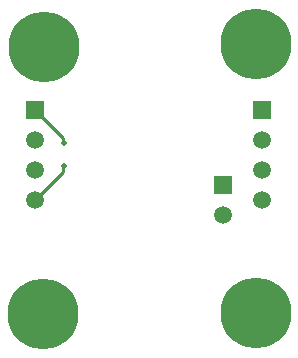
<source format=gbl>
G04*
G04 #@! TF.GenerationSoftware,Altium Limited,Altium Designer,21.8.1 (53)*
G04*
G04 Layer_Physical_Order=2*
G04 Layer_Color=16711680*
%FSLAX25Y25*%
%MOIN*%
G70*
G04*
G04 #@! TF.SameCoordinates,A3C703E8-1E81-4C36-A1CE-9CBA1459D04D*
G04*
G04*
G04 #@! TF.FilePolarity,Positive*
G04*
G01*
G75*
%ADD10C,0.01000*%
%ADD24R,0.05906X0.05906*%
%ADD25C,0.05906*%
%ADD26C,0.23622*%
%ADD27C,0.01968*%
D10*
X376815Y315685D02*
X377000Y315500D01*
X367500Y326500D02*
X376815Y317185D01*
Y315685D02*
Y317185D01*
Y305815D02*
Y307815D01*
X367500Y296500D02*
X376815Y305815D01*
Y307815D02*
X377000Y308000D01*
D24*
X443000Y326500D02*
D03*
X367500D02*
D03*
X430000Y301500D02*
D03*
D25*
X443000Y316500D02*
D03*
Y306500D02*
D03*
Y296500D02*
D03*
X367500Y316500D02*
D03*
Y306500D02*
D03*
Y296500D02*
D03*
X430000Y291500D02*
D03*
D26*
X441000Y259000D02*
D03*
X370000Y258500D02*
D03*
X441000Y348500D02*
D03*
X370500Y347500D02*
D03*
D27*
X377000Y308000D02*
D03*
Y315500D02*
D03*
M02*

</source>
